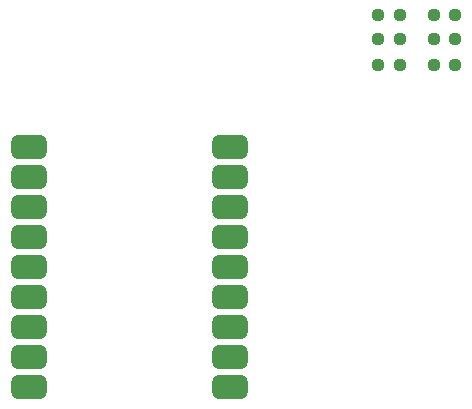
<source format=gtp>
G04 #@! TF.GenerationSoftware,KiCad,Pcbnew,7.0.10*
G04 #@! TF.CreationDate,2024-08-15T01:47:54-04:00*
G04 #@! TF.ProjectId,Mainboard PCB,4d61696e-626f-4617-9264-205043422e6b,rev?*
G04 #@! TF.SameCoordinates,Original*
G04 #@! TF.FileFunction,Paste,Top*
G04 #@! TF.FilePolarity,Positive*
%FSLAX46Y46*%
G04 Gerber Fmt 4.6, Leading zero omitted, Abs format (unit mm)*
G04 Created by KiCad (PCBNEW 7.0.10) date 2024-08-15 01:47:54*
%MOMM*%
%LPD*%
G01*
G04 APERTURE LIST*
G04 Aperture macros list*
%AMRoundRect*
0 Rectangle with rounded corners*
0 $1 Rounding radius*
0 $2 $3 $4 $5 $6 $7 $8 $9 X,Y pos of 4 corners*
0 Add a 4 corners polygon primitive as box body*
4,1,4,$2,$3,$4,$5,$6,$7,$8,$9,$2,$3,0*
0 Add four circle primitives for the rounded corners*
1,1,$1+$1,$2,$3*
1,1,$1+$1,$4,$5*
1,1,$1+$1,$6,$7*
1,1,$1+$1,$8,$9*
0 Add four rect primitives between the rounded corners*
20,1,$1+$1,$2,$3,$4,$5,0*
20,1,$1+$1,$4,$5,$6,$7,0*
20,1,$1+$1,$6,$7,$8,$9,0*
20,1,$1+$1,$8,$9,$2,$3,0*%
G04 Aperture macros list end*
%ADD10RoundRect,0.237500X0.250000X0.237500X-0.250000X0.237500X-0.250000X-0.237500X0.250000X-0.237500X0*%
%ADD11RoundRect,0.237500X-0.250000X-0.237500X0.250000X-0.237500X0.250000X0.237500X-0.250000X0.237500X0*%
%ADD12RoundRect,0.500000X-1.000000X-0.500000X1.000000X-0.500000X1.000000X0.500000X-1.000000X0.500000X0*%
G04 APERTURE END LIST*
D10*
X71905500Y-33020000D03*
X70080500Y-33020000D03*
D11*
X65381500Y-30861000D03*
X67206500Y-30861000D03*
D10*
X71929000Y-28829000D03*
X70104000Y-28829000D03*
X67206500Y-28829000D03*
X65381500Y-28829000D03*
X67206500Y-33020000D03*
X65381500Y-33020000D03*
X71905500Y-30861000D03*
X70080500Y-30861000D03*
D12*
X35823000Y-40034000D03*
X35823000Y-42574000D03*
X35823000Y-45114000D03*
X35823000Y-47654000D03*
X35823000Y-50194000D03*
X35823000Y-52734000D03*
X35823000Y-55274000D03*
X35823000Y-57814000D03*
X35823000Y-60354000D03*
X52823000Y-60354000D03*
X52823000Y-57814000D03*
X52823000Y-55274000D03*
X52823000Y-52734000D03*
X52823000Y-50194000D03*
X52823000Y-47654000D03*
X52823000Y-45114000D03*
X52823000Y-42574000D03*
X52823000Y-40034000D03*
M02*

</source>
